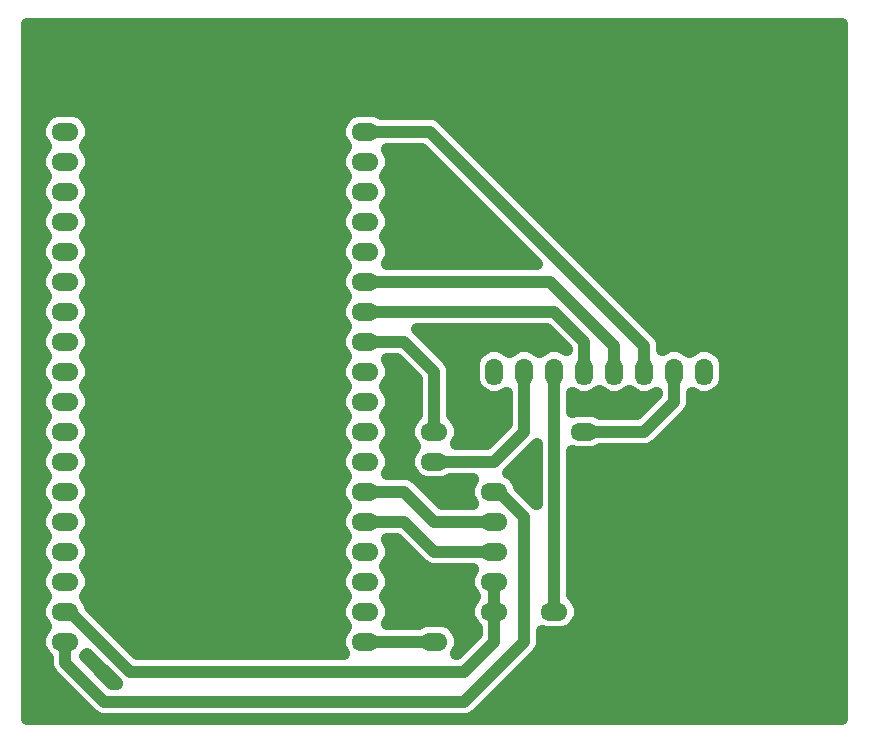
<source format=gbr>
G04 #@! TF.GenerationSoftware,KiCad,Pcbnew,(5.1.0)-1*
G04 #@! TF.CreationDate,2019-07-02T12:10:51+02:00*
G04 #@! TF.ProjectId,LCP,4c43502e-6b69-4636-9164-5f7063625858,rev?*
G04 #@! TF.SameCoordinates,PX60e4b00PY6350ce0*
G04 #@! TF.FileFunction,Copper,L2,Bot*
G04 #@! TF.FilePolarity,Positive*
%FSLAX46Y46*%
G04 Gerber Fmt 4.6, Leading zero omitted, Abs format (unit mm)*
G04 Created by KiCad (PCBNEW (5.1.0)-1) date 2019-07-02 12:10:51*
%MOMM*%
%LPD*%
G04 APERTURE LIST*
%ADD10O,2.286000X1.524000*%
%ADD11O,1.524000X2.286000*%
%ADD12C,1.000000*%
G04 APERTURE END LIST*
D10*
X4318000Y50800000D03*
X4318000Y48260000D03*
X4318000Y45720000D03*
X4318000Y43180000D03*
X4318000Y40640000D03*
X4318000Y38100000D03*
X4318000Y35560000D03*
X4318000Y33020000D03*
X4318000Y30480000D03*
X4318000Y27940000D03*
X4318000Y25400000D03*
X4318000Y22860000D03*
X4318000Y20320000D03*
X4318000Y17780000D03*
X4318000Y15240000D03*
X4318000Y12700000D03*
X4318000Y10160000D03*
X4318000Y7620000D03*
X29718000Y7620000D03*
X29718000Y10160000D03*
X29718000Y12700000D03*
X29718000Y15240000D03*
X29718000Y17780000D03*
X29718000Y20320000D03*
X29718000Y22860000D03*
X29718000Y25400000D03*
X29718000Y27940000D03*
X29718000Y30480000D03*
X29718000Y33020000D03*
X29718000Y35560000D03*
X29718000Y38100000D03*
X29718000Y40640000D03*
X29718000Y43180000D03*
X29718000Y45720000D03*
X29718000Y48260000D03*
X29718000Y50800000D03*
X40640000Y12700000D03*
X40640000Y15240000D03*
X40640000Y17780000D03*
X40640000Y20320000D03*
D11*
X58420000Y30480000D03*
X55880000Y30480000D03*
X53340000Y30480000D03*
X50800000Y30480000D03*
X48260000Y30480000D03*
X45720000Y30480000D03*
X43180000Y30480000D03*
X40640000Y30480000D03*
D10*
X35560000Y22860000D03*
X35560000Y7620000D03*
X45720000Y10160000D03*
X40640000Y10160000D03*
X48260000Y25400000D03*
X35560000Y25400000D03*
D12*
X9779000Y5080000D02*
X4699000Y10160000D01*
X38100000Y5080000D02*
X9779000Y5080000D01*
X40640000Y12700000D02*
X40640000Y7620000D01*
X40640000Y7620000D02*
X38100000Y5080000D01*
X4318000Y5842000D02*
X4318000Y7620000D01*
X41021000Y20320000D02*
X43180000Y18161000D01*
X43180000Y18161000D02*
X43180000Y7620000D01*
X43180000Y7620000D02*
X38100000Y2540000D01*
X38100000Y2540000D02*
X7620000Y2540000D01*
X7620000Y2540000D02*
X4318000Y5842000D01*
X40640000Y15240000D02*
X35560000Y15240000D01*
X35560000Y15240000D02*
X33020000Y17780000D01*
X33020000Y17780000D02*
X29718000Y17780000D01*
X40640000Y17780000D02*
X35560000Y17780000D01*
X35560000Y17780000D02*
X33020000Y20320000D01*
X33020000Y20320000D02*
X29718000Y20320000D01*
X48260000Y30480000D02*
X48260000Y33020000D01*
X48260000Y33020000D02*
X45720000Y35560000D01*
X45720000Y35560000D02*
X29718000Y35560000D01*
X31861000Y38100000D02*
X29718000Y38100000D01*
X45323000Y38100000D02*
X31861000Y38100000D01*
X50800000Y32623000D02*
X45323000Y38100000D01*
X50800000Y30480000D02*
X50800000Y32623000D01*
X31861000Y50800000D02*
X29718000Y50800000D01*
X35163000Y50800000D02*
X31861000Y50800000D01*
X53340000Y32623000D02*
X35163000Y50800000D01*
X53340000Y30480000D02*
X53340000Y32623000D01*
X40640000Y22860000D02*
X35560000Y22860000D01*
X43180000Y30480000D02*
X43180000Y25400000D01*
X43180000Y25400000D02*
X40640000Y22860000D01*
X35560000Y7620000D02*
X29718000Y7620000D01*
X45720000Y30480000D02*
X45720000Y10160000D01*
X53340000Y25400000D02*
X48260000Y25400000D01*
X55880000Y30480000D02*
X55880000Y27940000D01*
X55880000Y27940000D02*
X53340000Y25400000D01*
X35560000Y25400000D02*
X35560000Y30480000D01*
X35560000Y30480000D02*
X33020000Y33020000D01*
X33020000Y33020000D02*
X29718000Y33020000D01*
G36*
X70095001Y1025000D02*
G01*
X1025000Y1025000D01*
X1025000Y50800000D01*
X2166475Y50800000D01*
X2200495Y50454588D01*
X2301248Y50122449D01*
X2464862Y49816349D01*
X2685050Y49548050D01*
X2707044Y49530000D01*
X2685050Y49511950D01*
X2464862Y49243651D01*
X2301248Y48937551D01*
X2200495Y48605412D01*
X2166475Y48260000D01*
X2200495Y47914588D01*
X2301248Y47582449D01*
X2464862Y47276349D01*
X2685050Y47008050D01*
X2707044Y46990000D01*
X2685050Y46971950D01*
X2464862Y46703651D01*
X2301248Y46397551D01*
X2200495Y46065412D01*
X2166475Y45720000D01*
X2200495Y45374588D01*
X2301248Y45042449D01*
X2464862Y44736349D01*
X2685050Y44468050D01*
X2707044Y44450000D01*
X2685050Y44431950D01*
X2464862Y44163651D01*
X2301248Y43857551D01*
X2200495Y43525412D01*
X2166475Y43180000D01*
X2200495Y42834588D01*
X2301248Y42502449D01*
X2464862Y42196349D01*
X2685050Y41928050D01*
X2707044Y41910000D01*
X2685050Y41891950D01*
X2464862Y41623651D01*
X2301248Y41317551D01*
X2200495Y40985412D01*
X2166475Y40640000D01*
X2200495Y40294588D01*
X2301248Y39962449D01*
X2464862Y39656349D01*
X2685050Y39388050D01*
X2707044Y39370000D01*
X2685050Y39351950D01*
X2464862Y39083651D01*
X2301248Y38777551D01*
X2200495Y38445412D01*
X2166475Y38100000D01*
X2200495Y37754588D01*
X2301248Y37422449D01*
X2464862Y37116349D01*
X2685050Y36848050D01*
X2707044Y36830000D01*
X2685050Y36811950D01*
X2464862Y36543651D01*
X2301248Y36237551D01*
X2200495Y35905412D01*
X2166475Y35560000D01*
X2200495Y35214588D01*
X2301248Y34882449D01*
X2464862Y34576349D01*
X2685050Y34308050D01*
X2707044Y34290000D01*
X2685050Y34271950D01*
X2464862Y34003651D01*
X2301248Y33697551D01*
X2200495Y33365412D01*
X2166475Y33020000D01*
X2200495Y32674588D01*
X2301248Y32342449D01*
X2464862Y32036349D01*
X2685050Y31768050D01*
X2707044Y31750000D01*
X2685050Y31731950D01*
X2464862Y31463651D01*
X2301248Y31157551D01*
X2200495Y30825412D01*
X2166475Y30480000D01*
X2200495Y30134588D01*
X2301248Y29802449D01*
X2464862Y29496349D01*
X2685050Y29228050D01*
X2707044Y29210000D01*
X2685050Y29191950D01*
X2464862Y28923651D01*
X2301248Y28617551D01*
X2200495Y28285412D01*
X2166475Y27940000D01*
X2200495Y27594588D01*
X2301248Y27262449D01*
X2464862Y26956349D01*
X2685050Y26688050D01*
X2707044Y26670000D01*
X2685050Y26651950D01*
X2464862Y26383651D01*
X2301248Y26077551D01*
X2200495Y25745412D01*
X2166475Y25400000D01*
X2200495Y25054588D01*
X2301248Y24722449D01*
X2464862Y24416349D01*
X2685050Y24148050D01*
X2707044Y24130000D01*
X2685050Y24111950D01*
X2464862Y23843651D01*
X2301248Y23537551D01*
X2200495Y23205412D01*
X2166475Y22860000D01*
X2200495Y22514588D01*
X2301248Y22182449D01*
X2464862Y21876349D01*
X2685050Y21608050D01*
X2707044Y21590000D01*
X2685050Y21571950D01*
X2464862Y21303651D01*
X2301248Y20997551D01*
X2200495Y20665412D01*
X2166475Y20320000D01*
X2200495Y19974588D01*
X2301248Y19642449D01*
X2464862Y19336349D01*
X2685050Y19068050D01*
X2707044Y19050000D01*
X2685050Y19031950D01*
X2464862Y18763651D01*
X2301248Y18457551D01*
X2200495Y18125412D01*
X2166475Y17780000D01*
X2200495Y17434588D01*
X2301248Y17102449D01*
X2464862Y16796349D01*
X2685050Y16528050D01*
X2707044Y16510000D01*
X2685050Y16491950D01*
X2464862Y16223651D01*
X2301248Y15917551D01*
X2200495Y15585412D01*
X2166475Y15240000D01*
X2200495Y14894588D01*
X2301248Y14562449D01*
X2464862Y14256349D01*
X2685050Y13988050D01*
X2707044Y13970000D01*
X2685050Y13951950D01*
X2464862Y13683651D01*
X2301248Y13377551D01*
X2200495Y13045412D01*
X2166475Y12700000D01*
X2200495Y12354588D01*
X2301248Y12022449D01*
X2464862Y11716349D01*
X2685050Y11448050D01*
X2707044Y11430000D01*
X2685050Y11411950D01*
X2464862Y11143651D01*
X2301248Y10837551D01*
X2200495Y10505412D01*
X2166475Y10160000D01*
X2200495Y9814588D01*
X2301248Y9482449D01*
X2464862Y9176349D01*
X2685050Y8908050D01*
X2707044Y8890000D01*
X2685050Y8871950D01*
X2464862Y8603651D01*
X2301248Y8297551D01*
X2200495Y7965412D01*
X2166475Y7620000D01*
X2200495Y7274588D01*
X2301248Y6942449D01*
X2464862Y6636349D01*
X2685050Y6368050D01*
X2818000Y6258940D01*
X2818000Y5915680D01*
X2810743Y5842000D01*
X2818000Y5768321D01*
X2839705Y5547950D01*
X2925476Y5265199D01*
X3064762Y5004614D01*
X3252208Y4776208D01*
X3309450Y4729231D01*
X6507235Y1531445D01*
X6554208Y1474208D01*
X6782613Y1286762D01*
X7043198Y1147476D01*
X7325949Y1061705D01*
X7546320Y1040000D01*
X7546321Y1040000D01*
X7619999Y1032743D01*
X7693677Y1040000D01*
X38026320Y1040000D01*
X38100000Y1032743D01*
X38173680Y1040000D01*
X38394051Y1061705D01*
X38676802Y1147476D01*
X38937387Y1286762D01*
X39165792Y1474208D01*
X39212769Y1531450D01*
X44188555Y6507235D01*
X44245792Y6554208D01*
X44433238Y6782613D01*
X44572524Y7043198D01*
X44658295Y7325949D01*
X44680000Y7546320D01*
X44687257Y7620000D01*
X44680000Y7693680D01*
X44680000Y8518621D01*
X44993588Y8423495D01*
X45252444Y8398000D01*
X46187556Y8398000D01*
X46446412Y8423495D01*
X46778551Y8524248D01*
X47084651Y8687862D01*
X47352950Y8908050D01*
X47573138Y9176349D01*
X47736752Y9482449D01*
X47837505Y9814588D01*
X47871525Y10160000D01*
X47837505Y10505412D01*
X47736752Y10837551D01*
X47573138Y11143651D01*
X47352950Y11411950D01*
X47220000Y11521060D01*
X47220000Y23758621D01*
X47533588Y23663495D01*
X47792444Y23638000D01*
X48727556Y23638000D01*
X48986412Y23663495D01*
X49318551Y23764248D01*
X49572525Y23900000D01*
X53266320Y23900000D01*
X53340000Y23892743D01*
X53413680Y23900000D01*
X53634051Y23921705D01*
X53916802Y24007476D01*
X54177387Y24146762D01*
X54405792Y24334208D01*
X54452769Y24391450D01*
X56888555Y26827235D01*
X56945792Y26874208D01*
X57133238Y27102613D01*
X57272524Y27363198D01*
X57358295Y27645949D01*
X57380000Y27866320D01*
X57380000Y27866321D01*
X57387257Y27939999D01*
X57380000Y28013677D01*
X57380000Y28673107D01*
X57436349Y28626862D01*
X57742449Y28463248D01*
X58074588Y28362495D01*
X58420000Y28328475D01*
X58765411Y28362495D01*
X59097550Y28463248D01*
X59403650Y28626862D01*
X59671950Y28847050D01*
X59892138Y29115349D01*
X60055752Y29421449D01*
X60156505Y29753588D01*
X60182000Y30012444D01*
X60182000Y30947555D01*
X60156505Y31206412D01*
X60055752Y31538551D01*
X59892138Y31844651D01*
X59671950Y32112950D01*
X59403651Y32333138D01*
X59097551Y32496752D01*
X58765412Y32597505D01*
X58420000Y32631525D01*
X58074589Y32597505D01*
X57742450Y32496752D01*
X57436350Y32333138D01*
X57168051Y32112950D01*
X57150000Y32090956D01*
X57131950Y32112950D01*
X56863651Y32333138D01*
X56557551Y32496752D01*
X56225412Y32597505D01*
X55880000Y32631525D01*
X55534589Y32597505D01*
X55202450Y32496752D01*
X54896350Y32333138D01*
X54840000Y32286893D01*
X54840000Y32549320D01*
X54847257Y32623000D01*
X54818295Y32917052D01*
X54787066Y33020001D01*
X54732524Y33199802D01*
X54593238Y33460387D01*
X54405792Y33688792D01*
X54348555Y33735765D01*
X36275769Y51808550D01*
X36228792Y51865792D01*
X36000387Y52053238D01*
X35739802Y52192524D01*
X35457051Y52278295D01*
X35236680Y52300000D01*
X35163000Y52307257D01*
X35089320Y52300000D01*
X31030525Y52300000D01*
X30776551Y52435752D01*
X30444412Y52536505D01*
X30185556Y52562000D01*
X29250444Y52562000D01*
X28991588Y52536505D01*
X28659449Y52435752D01*
X28353349Y52272138D01*
X28085050Y52051950D01*
X27864862Y51783651D01*
X27701248Y51477551D01*
X27600495Y51145412D01*
X27566475Y50800000D01*
X27600495Y50454588D01*
X27701248Y50122449D01*
X27864862Y49816349D01*
X28085050Y49548050D01*
X28107044Y49530000D01*
X28085050Y49511950D01*
X27864862Y49243651D01*
X27701248Y48937551D01*
X27600495Y48605412D01*
X27566475Y48260000D01*
X27600495Y47914588D01*
X27701248Y47582449D01*
X27864862Y47276349D01*
X28085050Y47008050D01*
X28107044Y46990000D01*
X28085050Y46971950D01*
X27864862Y46703651D01*
X27701248Y46397551D01*
X27600495Y46065412D01*
X27566475Y45720000D01*
X27600495Y45374588D01*
X27701248Y45042449D01*
X27864862Y44736349D01*
X28085050Y44468050D01*
X28107044Y44450000D01*
X28085050Y44431950D01*
X27864862Y44163651D01*
X27701248Y43857551D01*
X27600495Y43525412D01*
X27566475Y43180000D01*
X27600495Y42834588D01*
X27701248Y42502449D01*
X27864862Y42196349D01*
X28085050Y41928050D01*
X28107044Y41910000D01*
X28085050Y41891950D01*
X27864862Y41623651D01*
X27701248Y41317551D01*
X27600495Y40985412D01*
X27566475Y40640000D01*
X27600495Y40294588D01*
X27701248Y39962449D01*
X27864862Y39656349D01*
X28085050Y39388050D01*
X28107044Y39370000D01*
X28085050Y39351950D01*
X27864862Y39083651D01*
X27701248Y38777551D01*
X27600495Y38445412D01*
X27566475Y38100000D01*
X27600495Y37754588D01*
X27701248Y37422449D01*
X27864862Y37116349D01*
X28085050Y36848050D01*
X28107044Y36830000D01*
X28085050Y36811950D01*
X27864862Y36543651D01*
X27701248Y36237551D01*
X27600495Y35905412D01*
X27566475Y35560000D01*
X27600495Y35214588D01*
X27701248Y34882449D01*
X27864862Y34576349D01*
X28085050Y34308050D01*
X28107044Y34290000D01*
X28085050Y34271950D01*
X27864862Y34003651D01*
X27701248Y33697551D01*
X27600495Y33365412D01*
X27566475Y33020000D01*
X27600495Y32674588D01*
X27701248Y32342449D01*
X27864862Y32036349D01*
X28085050Y31768050D01*
X28107044Y31750000D01*
X28085050Y31731950D01*
X27864862Y31463651D01*
X27701248Y31157551D01*
X27600495Y30825412D01*
X27566475Y30480000D01*
X27600495Y30134588D01*
X27701248Y29802449D01*
X27864862Y29496349D01*
X28085050Y29228050D01*
X28107044Y29210000D01*
X28085050Y29191950D01*
X27864862Y28923651D01*
X27701248Y28617551D01*
X27600495Y28285412D01*
X27566475Y27940000D01*
X27600495Y27594588D01*
X27701248Y27262449D01*
X27864862Y26956349D01*
X28085050Y26688050D01*
X28107044Y26670000D01*
X28085050Y26651950D01*
X27864862Y26383651D01*
X27701248Y26077551D01*
X27600495Y25745412D01*
X27566475Y25400000D01*
X27600495Y25054588D01*
X27701248Y24722449D01*
X27864862Y24416349D01*
X28085050Y24148050D01*
X28107044Y24130000D01*
X28085050Y24111950D01*
X27864862Y23843651D01*
X27701248Y23537551D01*
X27600495Y23205412D01*
X27566475Y22860000D01*
X27600495Y22514588D01*
X27701248Y22182449D01*
X27864862Y21876349D01*
X28085050Y21608050D01*
X28107044Y21590000D01*
X28085050Y21571950D01*
X27864862Y21303651D01*
X27701248Y20997551D01*
X27600495Y20665412D01*
X27566475Y20320000D01*
X27600495Y19974588D01*
X27701248Y19642449D01*
X27864862Y19336349D01*
X28085050Y19068050D01*
X28107044Y19050000D01*
X28085050Y19031950D01*
X27864862Y18763651D01*
X27701248Y18457551D01*
X27600495Y18125412D01*
X27566475Y17780000D01*
X27600495Y17434588D01*
X27701248Y17102449D01*
X27864862Y16796349D01*
X28085050Y16528050D01*
X28107044Y16510000D01*
X28085050Y16491950D01*
X27864862Y16223651D01*
X27701248Y15917551D01*
X27600495Y15585412D01*
X27566475Y15240000D01*
X27600495Y14894588D01*
X27701248Y14562449D01*
X27864862Y14256349D01*
X28085050Y13988050D01*
X28107044Y13970000D01*
X28085050Y13951950D01*
X27864862Y13683651D01*
X27701248Y13377551D01*
X27600495Y13045412D01*
X27566475Y12700000D01*
X27600495Y12354588D01*
X27701248Y12022449D01*
X27864862Y11716349D01*
X28085050Y11448050D01*
X28107044Y11430000D01*
X28085050Y11411950D01*
X27864862Y11143651D01*
X27701248Y10837551D01*
X27600495Y10505412D01*
X27566475Y10160000D01*
X27600495Y9814588D01*
X27701248Y9482449D01*
X27864862Y9176349D01*
X28085050Y8908050D01*
X28107044Y8890000D01*
X28085050Y8871950D01*
X27864862Y8603651D01*
X27701248Y8297551D01*
X27600495Y7965412D01*
X27566475Y7620000D01*
X27600495Y7274588D01*
X27701248Y6942449D01*
X27864862Y6636349D01*
X27911107Y6580000D01*
X10400320Y6580000D01*
X6418348Y10561971D01*
X6334752Y10837551D01*
X6171138Y11143651D01*
X5950950Y11411950D01*
X5928956Y11430000D01*
X5950950Y11448050D01*
X6171138Y11716349D01*
X6334752Y12022449D01*
X6435505Y12354588D01*
X6469525Y12700000D01*
X6435505Y13045412D01*
X6334752Y13377551D01*
X6171138Y13683651D01*
X5950950Y13951950D01*
X5928956Y13970000D01*
X5950950Y13988050D01*
X6171138Y14256349D01*
X6334752Y14562449D01*
X6435505Y14894588D01*
X6469525Y15240000D01*
X6435505Y15585412D01*
X6334752Y15917551D01*
X6171138Y16223651D01*
X5950950Y16491950D01*
X5928956Y16510000D01*
X5950950Y16528050D01*
X6171138Y16796349D01*
X6334752Y17102449D01*
X6435505Y17434588D01*
X6469525Y17780000D01*
X6435505Y18125412D01*
X6334752Y18457551D01*
X6171138Y18763651D01*
X5950950Y19031950D01*
X5928956Y19050000D01*
X5950950Y19068050D01*
X6171138Y19336349D01*
X6334752Y19642449D01*
X6435505Y19974588D01*
X6469525Y20320000D01*
X6435505Y20665412D01*
X6334752Y20997551D01*
X6171138Y21303651D01*
X5950950Y21571950D01*
X5928956Y21590000D01*
X5950950Y21608050D01*
X6171138Y21876349D01*
X6334752Y22182449D01*
X6435505Y22514588D01*
X6469525Y22860000D01*
X6435505Y23205412D01*
X6334752Y23537551D01*
X6171138Y23843651D01*
X5950950Y24111950D01*
X5928956Y24130000D01*
X5950950Y24148050D01*
X6171138Y24416349D01*
X6334752Y24722449D01*
X6435505Y25054588D01*
X6469525Y25400000D01*
X6435505Y25745412D01*
X6334752Y26077551D01*
X6171138Y26383651D01*
X5950950Y26651950D01*
X5928956Y26670000D01*
X5950950Y26688050D01*
X6171138Y26956349D01*
X6334752Y27262449D01*
X6435505Y27594588D01*
X6469525Y27940000D01*
X6435505Y28285412D01*
X6334752Y28617551D01*
X6171138Y28923651D01*
X5950950Y29191950D01*
X5928956Y29210000D01*
X5950950Y29228050D01*
X6171138Y29496349D01*
X6334752Y29802449D01*
X6435505Y30134588D01*
X6469525Y30480000D01*
X6435505Y30825412D01*
X6334752Y31157551D01*
X6171138Y31463651D01*
X5950950Y31731950D01*
X5928956Y31750000D01*
X5950950Y31768050D01*
X6171138Y32036349D01*
X6334752Y32342449D01*
X6435505Y32674588D01*
X6469525Y33020000D01*
X6435505Y33365412D01*
X6334752Y33697551D01*
X6171138Y34003651D01*
X5950950Y34271950D01*
X5928956Y34290000D01*
X5950950Y34308050D01*
X6171138Y34576349D01*
X6334752Y34882449D01*
X6435505Y35214588D01*
X6469525Y35560000D01*
X6435505Y35905412D01*
X6334752Y36237551D01*
X6171138Y36543651D01*
X5950950Y36811950D01*
X5928956Y36830000D01*
X5950950Y36848050D01*
X6171138Y37116349D01*
X6334752Y37422449D01*
X6435505Y37754588D01*
X6469525Y38100000D01*
X6435505Y38445412D01*
X6334752Y38777551D01*
X6171138Y39083651D01*
X5950950Y39351950D01*
X5928956Y39370000D01*
X5950950Y39388050D01*
X6171138Y39656349D01*
X6334752Y39962449D01*
X6435505Y40294588D01*
X6469525Y40640000D01*
X6435505Y40985412D01*
X6334752Y41317551D01*
X6171138Y41623651D01*
X5950950Y41891950D01*
X5928956Y41910000D01*
X5950950Y41928050D01*
X6171138Y42196349D01*
X6334752Y42502449D01*
X6435505Y42834588D01*
X6469525Y43180000D01*
X6435505Y43525412D01*
X6334752Y43857551D01*
X6171138Y44163651D01*
X5950950Y44431950D01*
X5928956Y44450000D01*
X5950950Y44468050D01*
X6171138Y44736349D01*
X6334752Y45042449D01*
X6435505Y45374588D01*
X6469525Y45720000D01*
X6435505Y46065412D01*
X6334752Y46397551D01*
X6171138Y46703651D01*
X5950950Y46971950D01*
X5928956Y46990000D01*
X5950950Y47008050D01*
X6171138Y47276349D01*
X6334752Y47582449D01*
X6435505Y47914588D01*
X6469525Y48260000D01*
X6435505Y48605412D01*
X6334752Y48937551D01*
X6171138Y49243651D01*
X5950950Y49511950D01*
X5928956Y49530000D01*
X5950950Y49548050D01*
X6171138Y49816349D01*
X6334752Y50122449D01*
X6435505Y50454588D01*
X6469525Y50800000D01*
X6435505Y51145412D01*
X6334752Y51477551D01*
X6171138Y51783651D01*
X5950950Y52051950D01*
X5682651Y52272138D01*
X5376551Y52435752D01*
X5044412Y52536505D01*
X4785556Y52562000D01*
X3850444Y52562000D01*
X3591588Y52536505D01*
X3259449Y52435752D01*
X2953349Y52272138D01*
X2685050Y52051950D01*
X2464862Y51783651D01*
X2301248Y51477551D01*
X2200495Y51145412D01*
X2166475Y50800000D01*
X1025000Y50800000D01*
X1025000Y59935000D01*
X70095000Y59935000D01*
X70095001Y1025000D01*
X70095001Y1025000D01*
G37*
X70095001Y1025000D02*
X1025000Y1025000D01*
X1025000Y50800000D01*
X2166475Y50800000D01*
X2200495Y50454588D01*
X2301248Y50122449D01*
X2464862Y49816349D01*
X2685050Y49548050D01*
X2707044Y49530000D01*
X2685050Y49511950D01*
X2464862Y49243651D01*
X2301248Y48937551D01*
X2200495Y48605412D01*
X2166475Y48260000D01*
X2200495Y47914588D01*
X2301248Y47582449D01*
X2464862Y47276349D01*
X2685050Y47008050D01*
X2707044Y46990000D01*
X2685050Y46971950D01*
X2464862Y46703651D01*
X2301248Y46397551D01*
X2200495Y46065412D01*
X2166475Y45720000D01*
X2200495Y45374588D01*
X2301248Y45042449D01*
X2464862Y44736349D01*
X2685050Y44468050D01*
X2707044Y44450000D01*
X2685050Y44431950D01*
X2464862Y44163651D01*
X2301248Y43857551D01*
X2200495Y43525412D01*
X2166475Y43180000D01*
X2200495Y42834588D01*
X2301248Y42502449D01*
X2464862Y42196349D01*
X2685050Y41928050D01*
X2707044Y41910000D01*
X2685050Y41891950D01*
X2464862Y41623651D01*
X2301248Y41317551D01*
X2200495Y40985412D01*
X2166475Y40640000D01*
X2200495Y40294588D01*
X2301248Y39962449D01*
X2464862Y39656349D01*
X2685050Y39388050D01*
X2707044Y39370000D01*
X2685050Y39351950D01*
X2464862Y39083651D01*
X2301248Y38777551D01*
X2200495Y38445412D01*
X2166475Y38100000D01*
X2200495Y37754588D01*
X2301248Y37422449D01*
X2464862Y37116349D01*
X2685050Y36848050D01*
X2707044Y36830000D01*
X2685050Y36811950D01*
X2464862Y36543651D01*
X2301248Y36237551D01*
X2200495Y35905412D01*
X2166475Y35560000D01*
X2200495Y35214588D01*
X2301248Y34882449D01*
X2464862Y34576349D01*
X2685050Y34308050D01*
X2707044Y34290000D01*
X2685050Y34271950D01*
X2464862Y34003651D01*
X2301248Y33697551D01*
X2200495Y33365412D01*
X2166475Y33020000D01*
X2200495Y32674588D01*
X2301248Y32342449D01*
X2464862Y32036349D01*
X2685050Y31768050D01*
X2707044Y31750000D01*
X2685050Y31731950D01*
X2464862Y31463651D01*
X2301248Y31157551D01*
X2200495Y30825412D01*
X2166475Y30480000D01*
X2200495Y30134588D01*
X2301248Y29802449D01*
X2464862Y29496349D01*
X2685050Y29228050D01*
X2707044Y29210000D01*
X2685050Y29191950D01*
X2464862Y28923651D01*
X2301248Y28617551D01*
X2200495Y28285412D01*
X2166475Y27940000D01*
X2200495Y27594588D01*
X2301248Y27262449D01*
X2464862Y26956349D01*
X2685050Y26688050D01*
X2707044Y26670000D01*
X2685050Y26651950D01*
X2464862Y26383651D01*
X2301248Y26077551D01*
X2200495Y25745412D01*
X2166475Y25400000D01*
X2200495Y25054588D01*
X2301248Y24722449D01*
X2464862Y24416349D01*
X2685050Y24148050D01*
X2707044Y24130000D01*
X2685050Y24111950D01*
X2464862Y23843651D01*
X2301248Y23537551D01*
X2200495Y23205412D01*
X2166475Y22860000D01*
X2200495Y22514588D01*
X2301248Y22182449D01*
X2464862Y21876349D01*
X2685050Y21608050D01*
X2707044Y21590000D01*
X2685050Y21571950D01*
X2464862Y21303651D01*
X2301248Y20997551D01*
X2200495Y20665412D01*
X2166475Y20320000D01*
X2200495Y19974588D01*
X2301248Y19642449D01*
X2464862Y19336349D01*
X2685050Y19068050D01*
X2707044Y19050000D01*
X2685050Y19031950D01*
X2464862Y18763651D01*
X2301248Y18457551D01*
X2200495Y18125412D01*
X2166475Y17780000D01*
X2200495Y17434588D01*
X2301248Y17102449D01*
X2464862Y16796349D01*
X2685050Y16528050D01*
X2707044Y16510000D01*
X2685050Y16491950D01*
X2464862Y16223651D01*
X2301248Y15917551D01*
X2200495Y15585412D01*
X2166475Y15240000D01*
X2200495Y14894588D01*
X2301248Y14562449D01*
X2464862Y14256349D01*
X2685050Y13988050D01*
X2707044Y13970000D01*
X2685050Y13951950D01*
X2464862Y13683651D01*
X2301248Y13377551D01*
X2200495Y13045412D01*
X2166475Y12700000D01*
X2200495Y12354588D01*
X2301248Y12022449D01*
X2464862Y11716349D01*
X2685050Y11448050D01*
X2707044Y11430000D01*
X2685050Y11411950D01*
X2464862Y11143651D01*
X2301248Y10837551D01*
X2200495Y10505412D01*
X2166475Y10160000D01*
X2200495Y9814588D01*
X2301248Y9482449D01*
X2464862Y9176349D01*
X2685050Y8908050D01*
X2707044Y8890000D01*
X2685050Y8871950D01*
X2464862Y8603651D01*
X2301248Y8297551D01*
X2200495Y7965412D01*
X2166475Y7620000D01*
X2200495Y7274588D01*
X2301248Y6942449D01*
X2464862Y6636349D01*
X2685050Y6368050D01*
X2818000Y6258940D01*
X2818000Y5915680D01*
X2810743Y5842000D01*
X2818000Y5768321D01*
X2839705Y5547950D01*
X2925476Y5265199D01*
X3064762Y5004614D01*
X3252208Y4776208D01*
X3309450Y4729231D01*
X6507235Y1531445D01*
X6554208Y1474208D01*
X6782613Y1286762D01*
X7043198Y1147476D01*
X7325949Y1061705D01*
X7546320Y1040000D01*
X7546321Y1040000D01*
X7619999Y1032743D01*
X7693677Y1040000D01*
X38026320Y1040000D01*
X38100000Y1032743D01*
X38173680Y1040000D01*
X38394051Y1061705D01*
X38676802Y1147476D01*
X38937387Y1286762D01*
X39165792Y1474208D01*
X39212769Y1531450D01*
X44188555Y6507235D01*
X44245792Y6554208D01*
X44433238Y6782613D01*
X44572524Y7043198D01*
X44658295Y7325949D01*
X44680000Y7546320D01*
X44687257Y7620000D01*
X44680000Y7693680D01*
X44680000Y8518621D01*
X44993588Y8423495D01*
X45252444Y8398000D01*
X46187556Y8398000D01*
X46446412Y8423495D01*
X46778551Y8524248D01*
X47084651Y8687862D01*
X47352950Y8908050D01*
X47573138Y9176349D01*
X47736752Y9482449D01*
X47837505Y9814588D01*
X47871525Y10160000D01*
X47837505Y10505412D01*
X47736752Y10837551D01*
X47573138Y11143651D01*
X47352950Y11411950D01*
X47220000Y11521060D01*
X47220000Y23758621D01*
X47533588Y23663495D01*
X47792444Y23638000D01*
X48727556Y23638000D01*
X48986412Y23663495D01*
X49318551Y23764248D01*
X49572525Y23900000D01*
X53266320Y23900000D01*
X53340000Y23892743D01*
X53413680Y23900000D01*
X53634051Y23921705D01*
X53916802Y24007476D01*
X54177387Y24146762D01*
X54405792Y24334208D01*
X54452769Y24391450D01*
X56888555Y26827235D01*
X56945792Y26874208D01*
X57133238Y27102613D01*
X57272524Y27363198D01*
X57358295Y27645949D01*
X57380000Y27866320D01*
X57380000Y27866321D01*
X57387257Y27939999D01*
X57380000Y28013677D01*
X57380000Y28673107D01*
X57436349Y28626862D01*
X57742449Y28463248D01*
X58074588Y28362495D01*
X58420000Y28328475D01*
X58765411Y28362495D01*
X59097550Y28463248D01*
X59403650Y28626862D01*
X59671950Y28847050D01*
X59892138Y29115349D01*
X60055752Y29421449D01*
X60156505Y29753588D01*
X60182000Y30012444D01*
X60182000Y30947555D01*
X60156505Y31206412D01*
X60055752Y31538551D01*
X59892138Y31844651D01*
X59671950Y32112950D01*
X59403651Y32333138D01*
X59097551Y32496752D01*
X58765412Y32597505D01*
X58420000Y32631525D01*
X58074589Y32597505D01*
X57742450Y32496752D01*
X57436350Y32333138D01*
X57168051Y32112950D01*
X57150000Y32090956D01*
X57131950Y32112950D01*
X56863651Y32333138D01*
X56557551Y32496752D01*
X56225412Y32597505D01*
X55880000Y32631525D01*
X55534589Y32597505D01*
X55202450Y32496752D01*
X54896350Y32333138D01*
X54840000Y32286893D01*
X54840000Y32549320D01*
X54847257Y32623000D01*
X54818295Y32917052D01*
X54787066Y33020001D01*
X54732524Y33199802D01*
X54593238Y33460387D01*
X54405792Y33688792D01*
X54348555Y33735765D01*
X36275769Y51808550D01*
X36228792Y51865792D01*
X36000387Y52053238D01*
X35739802Y52192524D01*
X35457051Y52278295D01*
X35236680Y52300000D01*
X35163000Y52307257D01*
X35089320Y52300000D01*
X31030525Y52300000D01*
X30776551Y52435752D01*
X30444412Y52536505D01*
X30185556Y52562000D01*
X29250444Y52562000D01*
X28991588Y52536505D01*
X28659449Y52435752D01*
X28353349Y52272138D01*
X28085050Y52051950D01*
X27864862Y51783651D01*
X27701248Y51477551D01*
X27600495Y51145412D01*
X27566475Y50800000D01*
X27600495Y50454588D01*
X27701248Y50122449D01*
X27864862Y49816349D01*
X28085050Y49548050D01*
X28107044Y49530000D01*
X28085050Y49511950D01*
X27864862Y49243651D01*
X27701248Y48937551D01*
X27600495Y48605412D01*
X27566475Y48260000D01*
X27600495Y47914588D01*
X27701248Y47582449D01*
X27864862Y47276349D01*
X28085050Y47008050D01*
X28107044Y46990000D01*
X28085050Y46971950D01*
X27864862Y46703651D01*
X27701248Y46397551D01*
X27600495Y46065412D01*
X27566475Y45720000D01*
X27600495Y45374588D01*
X27701248Y45042449D01*
X27864862Y44736349D01*
X28085050Y44468050D01*
X28107044Y44450000D01*
X28085050Y44431950D01*
X27864862Y44163651D01*
X27701248Y43857551D01*
X27600495Y43525412D01*
X27566475Y43180000D01*
X27600495Y42834588D01*
X27701248Y42502449D01*
X27864862Y42196349D01*
X28085050Y41928050D01*
X28107044Y41910000D01*
X28085050Y41891950D01*
X27864862Y41623651D01*
X27701248Y41317551D01*
X27600495Y40985412D01*
X27566475Y40640000D01*
X27600495Y40294588D01*
X27701248Y39962449D01*
X27864862Y39656349D01*
X28085050Y39388050D01*
X28107044Y39370000D01*
X28085050Y39351950D01*
X27864862Y39083651D01*
X27701248Y38777551D01*
X27600495Y38445412D01*
X27566475Y38100000D01*
X27600495Y37754588D01*
X27701248Y37422449D01*
X27864862Y37116349D01*
X28085050Y36848050D01*
X28107044Y36830000D01*
X28085050Y36811950D01*
X27864862Y36543651D01*
X27701248Y36237551D01*
X27600495Y35905412D01*
X27566475Y35560000D01*
X27600495Y35214588D01*
X27701248Y34882449D01*
X27864862Y34576349D01*
X28085050Y34308050D01*
X28107044Y34290000D01*
X28085050Y34271950D01*
X27864862Y34003651D01*
X27701248Y33697551D01*
X27600495Y33365412D01*
X27566475Y33020000D01*
X27600495Y32674588D01*
X27701248Y32342449D01*
X27864862Y32036349D01*
X28085050Y31768050D01*
X28107044Y31750000D01*
X28085050Y31731950D01*
X27864862Y31463651D01*
X27701248Y31157551D01*
X27600495Y30825412D01*
X27566475Y30480000D01*
X27600495Y30134588D01*
X27701248Y29802449D01*
X27864862Y29496349D01*
X28085050Y29228050D01*
X28107044Y29210000D01*
X28085050Y29191950D01*
X27864862Y28923651D01*
X27701248Y28617551D01*
X27600495Y28285412D01*
X27566475Y27940000D01*
X27600495Y27594588D01*
X27701248Y27262449D01*
X27864862Y26956349D01*
X28085050Y26688050D01*
X28107044Y26670000D01*
X28085050Y26651950D01*
X27864862Y26383651D01*
X27701248Y26077551D01*
X27600495Y25745412D01*
X27566475Y25400000D01*
X27600495Y25054588D01*
X27701248Y24722449D01*
X27864862Y24416349D01*
X28085050Y24148050D01*
X28107044Y24130000D01*
X28085050Y24111950D01*
X27864862Y23843651D01*
X27701248Y23537551D01*
X27600495Y23205412D01*
X27566475Y22860000D01*
X27600495Y22514588D01*
X27701248Y22182449D01*
X27864862Y21876349D01*
X28085050Y21608050D01*
X28107044Y21590000D01*
X28085050Y21571950D01*
X27864862Y21303651D01*
X27701248Y20997551D01*
X27600495Y20665412D01*
X27566475Y20320000D01*
X27600495Y19974588D01*
X27701248Y19642449D01*
X27864862Y19336349D01*
X28085050Y19068050D01*
X28107044Y19050000D01*
X28085050Y19031950D01*
X27864862Y18763651D01*
X27701248Y18457551D01*
X27600495Y18125412D01*
X27566475Y17780000D01*
X27600495Y17434588D01*
X27701248Y17102449D01*
X27864862Y16796349D01*
X28085050Y16528050D01*
X28107044Y16510000D01*
X28085050Y16491950D01*
X27864862Y16223651D01*
X27701248Y15917551D01*
X27600495Y15585412D01*
X27566475Y15240000D01*
X27600495Y14894588D01*
X27701248Y14562449D01*
X27864862Y14256349D01*
X28085050Y13988050D01*
X28107044Y13970000D01*
X28085050Y13951950D01*
X27864862Y13683651D01*
X27701248Y13377551D01*
X27600495Y13045412D01*
X27566475Y12700000D01*
X27600495Y12354588D01*
X27701248Y12022449D01*
X27864862Y11716349D01*
X28085050Y11448050D01*
X28107044Y11430000D01*
X28085050Y11411950D01*
X27864862Y11143651D01*
X27701248Y10837551D01*
X27600495Y10505412D01*
X27566475Y10160000D01*
X27600495Y9814588D01*
X27701248Y9482449D01*
X27864862Y9176349D01*
X28085050Y8908050D01*
X28107044Y8890000D01*
X28085050Y8871950D01*
X27864862Y8603651D01*
X27701248Y8297551D01*
X27600495Y7965412D01*
X27566475Y7620000D01*
X27600495Y7274588D01*
X27701248Y6942449D01*
X27864862Y6636349D01*
X27911107Y6580000D01*
X10400320Y6580000D01*
X6418348Y10561971D01*
X6334752Y10837551D01*
X6171138Y11143651D01*
X5950950Y11411950D01*
X5928956Y11430000D01*
X5950950Y11448050D01*
X6171138Y11716349D01*
X6334752Y12022449D01*
X6435505Y12354588D01*
X6469525Y12700000D01*
X6435505Y13045412D01*
X6334752Y13377551D01*
X6171138Y13683651D01*
X5950950Y13951950D01*
X5928956Y13970000D01*
X5950950Y13988050D01*
X6171138Y14256349D01*
X6334752Y14562449D01*
X6435505Y14894588D01*
X6469525Y15240000D01*
X6435505Y15585412D01*
X6334752Y15917551D01*
X6171138Y16223651D01*
X5950950Y16491950D01*
X5928956Y16510000D01*
X5950950Y16528050D01*
X6171138Y16796349D01*
X6334752Y17102449D01*
X6435505Y17434588D01*
X6469525Y17780000D01*
X6435505Y18125412D01*
X6334752Y18457551D01*
X6171138Y18763651D01*
X5950950Y19031950D01*
X5928956Y19050000D01*
X5950950Y19068050D01*
X6171138Y19336349D01*
X6334752Y19642449D01*
X6435505Y19974588D01*
X6469525Y20320000D01*
X6435505Y20665412D01*
X6334752Y20997551D01*
X6171138Y21303651D01*
X5950950Y21571950D01*
X5928956Y21590000D01*
X5950950Y21608050D01*
X6171138Y21876349D01*
X6334752Y22182449D01*
X6435505Y22514588D01*
X6469525Y22860000D01*
X6435505Y23205412D01*
X6334752Y23537551D01*
X6171138Y23843651D01*
X5950950Y24111950D01*
X5928956Y24130000D01*
X5950950Y24148050D01*
X6171138Y24416349D01*
X6334752Y24722449D01*
X6435505Y25054588D01*
X6469525Y25400000D01*
X6435505Y25745412D01*
X6334752Y26077551D01*
X6171138Y26383651D01*
X5950950Y26651950D01*
X5928956Y26670000D01*
X5950950Y26688050D01*
X6171138Y26956349D01*
X6334752Y27262449D01*
X6435505Y27594588D01*
X6469525Y27940000D01*
X6435505Y28285412D01*
X6334752Y28617551D01*
X6171138Y28923651D01*
X5950950Y29191950D01*
X5928956Y29210000D01*
X5950950Y29228050D01*
X6171138Y29496349D01*
X6334752Y29802449D01*
X6435505Y30134588D01*
X6469525Y30480000D01*
X6435505Y30825412D01*
X6334752Y31157551D01*
X6171138Y31463651D01*
X5950950Y31731950D01*
X5928956Y31750000D01*
X5950950Y31768050D01*
X6171138Y32036349D01*
X6334752Y32342449D01*
X6435505Y32674588D01*
X6469525Y33020000D01*
X6435505Y33365412D01*
X6334752Y33697551D01*
X6171138Y34003651D01*
X5950950Y34271950D01*
X5928956Y34290000D01*
X5950950Y34308050D01*
X6171138Y34576349D01*
X6334752Y34882449D01*
X6435505Y35214588D01*
X6469525Y35560000D01*
X6435505Y35905412D01*
X6334752Y36237551D01*
X6171138Y36543651D01*
X5950950Y36811950D01*
X5928956Y36830000D01*
X5950950Y36848050D01*
X6171138Y37116349D01*
X6334752Y37422449D01*
X6435505Y37754588D01*
X6469525Y38100000D01*
X6435505Y38445412D01*
X6334752Y38777551D01*
X6171138Y39083651D01*
X5950950Y39351950D01*
X5928956Y39370000D01*
X5950950Y39388050D01*
X6171138Y39656349D01*
X6334752Y39962449D01*
X6435505Y40294588D01*
X6469525Y40640000D01*
X6435505Y40985412D01*
X6334752Y41317551D01*
X6171138Y41623651D01*
X5950950Y41891950D01*
X5928956Y41910000D01*
X5950950Y41928050D01*
X6171138Y42196349D01*
X6334752Y42502449D01*
X6435505Y42834588D01*
X6469525Y43180000D01*
X6435505Y43525412D01*
X6334752Y43857551D01*
X6171138Y44163651D01*
X5950950Y44431950D01*
X5928956Y44450000D01*
X5950950Y44468050D01*
X6171138Y44736349D01*
X6334752Y45042449D01*
X6435505Y45374588D01*
X6469525Y45720000D01*
X6435505Y46065412D01*
X6334752Y46397551D01*
X6171138Y46703651D01*
X5950950Y46971950D01*
X5928956Y46990000D01*
X5950950Y47008050D01*
X6171138Y47276349D01*
X6334752Y47582449D01*
X6435505Y47914588D01*
X6469525Y48260000D01*
X6435505Y48605412D01*
X6334752Y48937551D01*
X6171138Y49243651D01*
X5950950Y49511950D01*
X5928956Y49530000D01*
X5950950Y49548050D01*
X6171138Y49816349D01*
X6334752Y50122449D01*
X6435505Y50454588D01*
X6469525Y50800000D01*
X6435505Y51145412D01*
X6334752Y51477551D01*
X6171138Y51783651D01*
X5950950Y52051950D01*
X5682651Y52272138D01*
X5376551Y52435752D01*
X5044412Y52536505D01*
X4785556Y52562000D01*
X3850444Y52562000D01*
X3591588Y52536505D01*
X3259449Y52435752D01*
X2953349Y52272138D01*
X2685050Y52051950D01*
X2464862Y51783651D01*
X2301248Y51477551D01*
X2200495Y51145412D01*
X2166475Y50800000D01*
X1025000Y50800000D01*
X1025000Y59935000D01*
X70095000Y59935000D01*
X70095001Y1025000D01*
G36*
X8666235Y4071445D02*
G01*
X8692041Y4040000D01*
X8241320Y4040000D01*
X5930254Y6351065D01*
X5950950Y6368050D01*
X6139672Y6598008D01*
X8666235Y4071445D01*
X8666235Y4071445D01*
G37*
X8666235Y4071445D02*
X8692041Y4040000D01*
X8241320Y4040000D01*
X5930254Y6351065D01*
X5950950Y6368050D01*
X6139672Y6598008D01*
X8666235Y4071445D01*
G36*
X34447235Y14231445D02*
G01*
X34494208Y14174208D01*
X34722613Y13986762D01*
X34983198Y13847476D01*
X35265949Y13761705D01*
X35486320Y13740000D01*
X35486321Y13740000D01*
X35559999Y13732743D01*
X35633677Y13740000D01*
X38833107Y13740000D01*
X38786862Y13683651D01*
X38623248Y13377551D01*
X38522495Y13045412D01*
X38488475Y12700000D01*
X38522495Y12354588D01*
X38623248Y12022449D01*
X38786862Y11716349D01*
X39007050Y11448050D01*
X39029044Y11430000D01*
X39007050Y11411950D01*
X38786862Y11143651D01*
X38623248Y10837551D01*
X38522495Y10505412D01*
X38488475Y10160000D01*
X38522495Y9814588D01*
X38623248Y9482449D01*
X38786862Y9176349D01*
X39007050Y8908050D01*
X39140001Y8798940D01*
X39140001Y8241321D01*
X37478681Y6580000D01*
X37366893Y6580000D01*
X37413138Y6636349D01*
X37576752Y6942449D01*
X37677505Y7274588D01*
X37711525Y7620000D01*
X37677505Y7965412D01*
X37576752Y8297551D01*
X37413138Y8603651D01*
X37192950Y8871950D01*
X36924651Y9092138D01*
X36618551Y9255752D01*
X36286412Y9356505D01*
X36027556Y9382000D01*
X35092444Y9382000D01*
X34833588Y9356505D01*
X34501449Y9255752D01*
X34247475Y9120000D01*
X31524893Y9120000D01*
X31571138Y9176349D01*
X31734752Y9482449D01*
X31835505Y9814588D01*
X31869525Y10160000D01*
X31835505Y10505412D01*
X31734752Y10837551D01*
X31571138Y11143651D01*
X31350950Y11411950D01*
X31328956Y11430000D01*
X31350950Y11448050D01*
X31571138Y11716349D01*
X31734752Y12022449D01*
X31835505Y12354588D01*
X31869525Y12700000D01*
X31835505Y13045412D01*
X31734752Y13377551D01*
X31571138Y13683651D01*
X31350950Y13951950D01*
X31328956Y13970000D01*
X31350950Y13988050D01*
X31571138Y14256349D01*
X31734752Y14562449D01*
X31835505Y14894588D01*
X31869525Y15240000D01*
X31835505Y15585412D01*
X31734752Y15917551D01*
X31571138Y16223651D01*
X31524893Y16280000D01*
X32398681Y16280000D01*
X34447235Y14231445D01*
X34447235Y14231445D01*
G37*
X34447235Y14231445D02*
X34494208Y14174208D01*
X34722613Y13986762D01*
X34983198Y13847476D01*
X35265949Y13761705D01*
X35486320Y13740000D01*
X35486321Y13740000D01*
X35559999Y13732743D01*
X35633677Y13740000D01*
X38833107Y13740000D01*
X38786862Y13683651D01*
X38623248Y13377551D01*
X38522495Y13045412D01*
X38488475Y12700000D01*
X38522495Y12354588D01*
X38623248Y12022449D01*
X38786862Y11716349D01*
X39007050Y11448050D01*
X39029044Y11430000D01*
X39007050Y11411950D01*
X38786862Y11143651D01*
X38623248Y10837551D01*
X38522495Y10505412D01*
X38488475Y10160000D01*
X38522495Y9814588D01*
X38623248Y9482449D01*
X38786862Y9176349D01*
X39007050Y8908050D01*
X39140001Y8798940D01*
X39140001Y8241321D01*
X37478681Y6580000D01*
X37366893Y6580000D01*
X37413138Y6636349D01*
X37576752Y6942449D01*
X37677505Y7274588D01*
X37711525Y7620000D01*
X37677505Y7965412D01*
X37576752Y8297551D01*
X37413138Y8603651D01*
X37192950Y8871950D01*
X36924651Y9092138D01*
X36618551Y9255752D01*
X36286412Y9356505D01*
X36027556Y9382000D01*
X35092444Y9382000D01*
X34833588Y9356505D01*
X34501449Y9255752D01*
X34247475Y9120000D01*
X31524893Y9120000D01*
X31571138Y9176349D01*
X31734752Y9482449D01*
X31835505Y9814588D01*
X31869525Y10160000D01*
X31835505Y10505412D01*
X31734752Y10837551D01*
X31571138Y11143651D01*
X31350950Y11411950D01*
X31328956Y11430000D01*
X31350950Y11448050D01*
X31571138Y11716349D01*
X31734752Y12022449D01*
X31835505Y12354588D01*
X31869525Y12700000D01*
X31835505Y13045412D01*
X31734752Y13377551D01*
X31571138Y13683651D01*
X31350950Y13951950D01*
X31328956Y13970000D01*
X31350950Y13988050D01*
X31571138Y14256349D01*
X31734752Y14562449D01*
X31835505Y14894588D01*
X31869525Y15240000D01*
X31835505Y15585412D01*
X31734752Y15917551D01*
X31571138Y16223651D01*
X31524893Y16280000D01*
X32398681Y16280000D01*
X34447235Y14231445D01*
G36*
X44220001Y19247958D02*
G01*
X44188556Y19273764D01*
X42740348Y20721971D01*
X42656752Y20997551D01*
X42493138Y21303651D01*
X42272950Y21571950D01*
X42004651Y21792138D01*
X41801854Y21900535D01*
X44188555Y24287235D01*
X44220000Y24313041D01*
X44220001Y19247958D01*
X44220001Y19247958D01*
G37*
X44220001Y19247958D02*
X44188556Y19273764D01*
X42740348Y20721971D01*
X42656752Y20997551D01*
X42493138Y21303651D01*
X42272950Y21571950D01*
X42004651Y21792138D01*
X41801854Y21900535D01*
X44188555Y24287235D01*
X44220000Y24313041D01*
X44220001Y19247958D01*
G36*
X34060001Y29858679D02*
G01*
X34060000Y26761060D01*
X33927050Y26651950D01*
X33706862Y26383651D01*
X33543248Y26077551D01*
X33442495Y25745412D01*
X33408475Y25400000D01*
X33442495Y25054588D01*
X33543248Y24722449D01*
X33706862Y24416349D01*
X33927050Y24148050D01*
X33949044Y24130000D01*
X33927050Y24111950D01*
X33706862Y23843651D01*
X33543248Y23537551D01*
X33442495Y23205412D01*
X33408475Y22860000D01*
X33442495Y22514588D01*
X33543248Y22182449D01*
X33706862Y21876349D01*
X33927050Y21608050D01*
X34195349Y21387862D01*
X34501449Y21224248D01*
X34833588Y21123495D01*
X35092444Y21098000D01*
X36027556Y21098000D01*
X36286412Y21123495D01*
X36618551Y21224248D01*
X36872525Y21360000D01*
X38833107Y21360000D01*
X38786862Y21303651D01*
X38623248Y20997551D01*
X38522495Y20665412D01*
X38488475Y20320000D01*
X38522495Y19974588D01*
X38623248Y19642449D01*
X38786862Y19336349D01*
X38833107Y19280000D01*
X36181320Y19280000D01*
X34132769Y21328550D01*
X34085792Y21385792D01*
X33857387Y21573238D01*
X33596802Y21712524D01*
X33314051Y21798295D01*
X33093680Y21820000D01*
X33020000Y21827257D01*
X32946320Y21820000D01*
X31524893Y21820000D01*
X31571138Y21876349D01*
X31734752Y22182449D01*
X31835505Y22514588D01*
X31869525Y22860000D01*
X31835505Y23205412D01*
X31734752Y23537551D01*
X31571138Y23843651D01*
X31350950Y24111950D01*
X31328956Y24130000D01*
X31350950Y24148050D01*
X31571138Y24416349D01*
X31734752Y24722449D01*
X31835505Y25054588D01*
X31869525Y25400000D01*
X31835505Y25745412D01*
X31734752Y26077551D01*
X31571138Y26383651D01*
X31350950Y26651950D01*
X31328956Y26670000D01*
X31350950Y26688050D01*
X31571138Y26956349D01*
X31734752Y27262449D01*
X31835505Y27594588D01*
X31869525Y27940000D01*
X31835505Y28285412D01*
X31734752Y28617551D01*
X31571138Y28923651D01*
X31350950Y29191950D01*
X31328956Y29210000D01*
X31350950Y29228050D01*
X31571138Y29496349D01*
X31734752Y29802449D01*
X31835505Y30134588D01*
X31869525Y30480000D01*
X31835505Y30825412D01*
X31734752Y31157551D01*
X31571138Y31463651D01*
X31524893Y31520000D01*
X32398681Y31520000D01*
X34060001Y29858679D01*
X34060001Y29858679D01*
G37*
X34060001Y29858679D02*
X34060000Y26761060D01*
X33927050Y26651950D01*
X33706862Y26383651D01*
X33543248Y26077551D01*
X33442495Y25745412D01*
X33408475Y25400000D01*
X33442495Y25054588D01*
X33543248Y24722449D01*
X33706862Y24416349D01*
X33927050Y24148050D01*
X33949044Y24130000D01*
X33927050Y24111950D01*
X33706862Y23843651D01*
X33543248Y23537551D01*
X33442495Y23205412D01*
X33408475Y22860000D01*
X33442495Y22514588D01*
X33543248Y22182449D01*
X33706862Y21876349D01*
X33927050Y21608050D01*
X34195349Y21387862D01*
X34501449Y21224248D01*
X34833588Y21123495D01*
X35092444Y21098000D01*
X36027556Y21098000D01*
X36286412Y21123495D01*
X36618551Y21224248D01*
X36872525Y21360000D01*
X38833107Y21360000D01*
X38786862Y21303651D01*
X38623248Y20997551D01*
X38522495Y20665412D01*
X38488475Y20320000D01*
X38522495Y19974588D01*
X38623248Y19642449D01*
X38786862Y19336349D01*
X38833107Y19280000D01*
X36181320Y19280000D01*
X34132769Y21328550D01*
X34085792Y21385792D01*
X33857387Y21573238D01*
X33596802Y21712524D01*
X33314051Y21798295D01*
X33093680Y21820000D01*
X33020000Y21827257D01*
X32946320Y21820000D01*
X31524893Y21820000D01*
X31571138Y21876349D01*
X31734752Y22182449D01*
X31835505Y22514588D01*
X31869525Y22860000D01*
X31835505Y23205412D01*
X31734752Y23537551D01*
X31571138Y23843651D01*
X31350950Y24111950D01*
X31328956Y24130000D01*
X31350950Y24148050D01*
X31571138Y24416349D01*
X31734752Y24722449D01*
X31835505Y25054588D01*
X31869525Y25400000D01*
X31835505Y25745412D01*
X31734752Y26077551D01*
X31571138Y26383651D01*
X31350950Y26651950D01*
X31328956Y26670000D01*
X31350950Y26688050D01*
X31571138Y26956349D01*
X31734752Y27262449D01*
X31835505Y27594588D01*
X31869525Y27940000D01*
X31835505Y28285412D01*
X31734752Y28617551D01*
X31571138Y28923651D01*
X31350950Y29191950D01*
X31328956Y29210000D01*
X31350950Y29228050D01*
X31571138Y29496349D01*
X31734752Y29802449D01*
X31835505Y30134588D01*
X31869525Y30480000D01*
X31835505Y30825412D01*
X31734752Y31157551D01*
X31571138Y31463651D01*
X31524893Y31520000D01*
X32398681Y31520000D01*
X34060001Y29858679D01*
G36*
X46760001Y32398679D02*
G01*
X46760001Y32286893D01*
X46703651Y32333138D01*
X46397551Y32496752D01*
X46065412Y32597505D01*
X45720000Y32631525D01*
X45374589Y32597505D01*
X45042450Y32496752D01*
X44736350Y32333138D01*
X44468051Y32112950D01*
X44450000Y32090956D01*
X44431950Y32112950D01*
X44163651Y32333138D01*
X43857551Y32496752D01*
X43525412Y32597505D01*
X43180000Y32631525D01*
X42834589Y32597505D01*
X42502450Y32496752D01*
X42196350Y32333138D01*
X41928051Y32112950D01*
X41910000Y32090956D01*
X41891950Y32112950D01*
X41623651Y32333138D01*
X41317551Y32496752D01*
X40985412Y32597505D01*
X40640000Y32631525D01*
X40294589Y32597505D01*
X39962450Y32496752D01*
X39656350Y32333138D01*
X39388051Y32112950D01*
X39167862Y31844651D01*
X39004248Y31538551D01*
X38903495Y31206412D01*
X38878000Y30947556D01*
X38878000Y30012445D01*
X38903495Y29753589D01*
X39004248Y29421450D01*
X39167862Y29115350D01*
X39388050Y28847050D01*
X39656349Y28626862D01*
X39962449Y28463248D01*
X40294588Y28362495D01*
X40640000Y28328475D01*
X40985411Y28362495D01*
X41317550Y28463248D01*
X41623650Y28626862D01*
X41680000Y28673108D01*
X41680001Y26021321D01*
X40018681Y24360000D01*
X37366893Y24360000D01*
X37413138Y24416349D01*
X37576752Y24722449D01*
X37677505Y25054588D01*
X37711525Y25400000D01*
X37677505Y25745412D01*
X37576752Y26077551D01*
X37413138Y26383651D01*
X37192950Y26651950D01*
X37060000Y26761060D01*
X37060000Y30406323D01*
X37067257Y30480001D01*
X37060000Y30553680D01*
X37038295Y30774051D01*
X36952524Y31056802D01*
X36813238Y31317387D01*
X36625792Y31545792D01*
X36568555Y31592765D01*
X34132769Y34028550D01*
X34106959Y34060000D01*
X45098681Y34060000D01*
X46760001Y32398679D01*
X46760001Y32398679D01*
G37*
X46760001Y32398679D02*
X46760001Y32286893D01*
X46703651Y32333138D01*
X46397551Y32496752D01*
X46065412Y32597505D01*
X45720000Y32631525D01*
X45374589Y32597505D01*
X45042450Y32496752D01*
X44736350Y32333138D01*
X44468051Y32112950D01*
X44450000Y32090956D01*
X44431950Y32112950D01*
X44163651Y32333138D01*
X43857551Y32496752D01*
X43525412Y32597505D01*
X43180000Y32631525D01*
X42834589Y32597505D01*
X42502450Y32496752D01*
X42196350Y32333138D01*
X41928051Y32112950D01*
X41910000Y32090956D01*
X41891950Y32112950D01*
X41623651Y32333138D01*
X41317551Y32496752D01*
X40985412Y32597505D01*
X40640000Y32631525D01*
X40294589Y32597505D01*
X39962450Y32496752D01*
X39656350Y32333138D01*
X39388051Y32112950D01*
X39167862Y31844651D01*
X39004248Y31538551D01*
X38903495Y31206412D01*
X38878000Y30947556D01*
X38878000Y30012445D01*
X38903495Y29753589D01*
X39004248Y29421450D01*
X39167862Y29115350D01*
X39388050Y28847050D01*
X39656349Y28626862D01*
X39962449Y28463248D01*
X40294588Y28362495D01*
X40640000Y28328475D01*
X40985411Y28362495D01*
X41317550Y28463248D01*
X41623650Y28626862D01*
X41680000Y28673108D01*
X41680001Y26021321D01*
X40018681Y24360000D01*
X37366893Y24360000D01*
X37413138Y24416349D01*
X37576752Y24722449D01*
X37677505Y25054588D01*
X37711525Y25400000D01*
X37677505Y25745412D01*
X37576752Y26077551D01*
X37413138Y26383651D01*
X37192950Y26651950D01*
X37060000Y26761060D01*
X37060000Y30406323D01*
X37067257Y30480001D01*
X37060000Y30553680D01*
X37038295Y30774051D01*
X36952524Y31056802D01*
X36813238Y31317387D01*
X36625792Y31545792D01*
X36568555Y31592765D01*
X34132769Y34028550D01*
X34106959Y34060000D01*
X45098681Y34060000D01*
X46760001Y32398679D01*
G36*
X52088050Y28847050D02*
G01*
X52356349Y28626862D01*
X52662449Y28463248D01*
X52994588Y28362495D01*
X53340000Y28328475D01*
X53685411Y28362495D01*
X54017550Y28463248D01*
X54323650Y28626862D01*
X54380001Y28673108D01*
X54380001Y28561321D01*
X52718681Y26900000D01*
X49572525Y26900000D01*
X49318551Y27035752D01*
X48986412Y27136505D01*
X48727556Y27162000D01*
X47792444Y27162000D01*
X47533588Y27136505D01*
X47220000Y27041379D01*
X47220000Y28673107D01*
X47276349Y28626862D01*
X47582449Y28463248D01*
X47914588Y28362495D01*
X48260000Y28328475D01*
X48605411Y28362495D01*
X48937550Y28463248D01*
X49243650Y28626862D01*
X49511950Y28847050D01*
X49530000Y28869044D01*
X49548050Y28847050D01*
X49816349Y28626862D01*
X50122449Y28463248D01*
X50454588Y28362495D01*
X50800000Y28328475D01*
X51145411Y28362495D01*
X51477550Y28463248D01*
X51783650Y28626862D01*
X52051950Y28847050D01*
X52070000Y28869044D01*
X52088050Y28847050D01*
X52088050Y28847050D01*
G37*
X52088050Y28847050D02*
X52356349Y28626862D01*
X52662449Y28463248D01*
X52994588Y28362495D01*
X53340000Y28328475D01*
X53685411Y28362495D01*
X54017550Y28463248D01*
X54323650Y28626862D01*
X54380001Y28673108D01*
X54380001Y28561321D01*
X52718681Y26900000D01*
X49572525Y26900000D01*
X49318551Y27035752D01*
X48986412Y27136505D01*
X48727556Y27162000D01*
X47792444Y27162000D01*
X47533588Y27136505D01*
X47220000Y27041379D01*
X47220000Y28673107D01*
X47276349Y28626862D01*
X47582449Y28463248D01*
X47914588Y28362495D01*
X48260000Y28328475D01*
X48605411Y28362495D01*
X48937550Y28463248D01*
X49243650Y28626862D01*
X49511950Y28847050D01*
X49530000Y28869044D01*
X49548050Y28847050D01*
X49816349Y28626862D01*
X50122449Y28463248D01*
X50454588Y28362495D01*
X50800000Y28328475D01*
X51145411Y28362495D01*
X51477550Y28463248D01*
X51783650Y28626862D01*
X52051950Y28847050D01*
X52070000Y28869044D01*
X52088050Y28847050D01*
G36*
X44241680Y39600000D02*
G01*
X31524893Y39600000D01*
X31571138Y39656349D01*
X31734752Y39962449D01*
X31835505Y40294588D01*
X31869525Y40640000D01*
X31835505Y40985412D01*
X31734752Y41317551D01*
X31571138Y41623651D01*
X31350950Y41891950D01*
X31328956Y41910000D01*
X31350950Y41928050D01*
X31571138Y42196349D01*
X31734752Y42502449D01*
X31835505Y42834588D01*
X31869525Y43180000D01*
X31835505Y43525412D01*
X31734752Y43857551D01*
X31571138Y44163651D01*
X31350950Y44431950D01*
X31328956Y44450000D01*
X31350950Y44468050D01*
X31571138Y44736349D01*
X31734752Y45042449D01*
X31835505Y45374588D01*
X31869525Y45720000D01*
X31835505Y46065412D01*
X31734752Y46397551D01*
X31571138Y46703651D01*
X31350950Y46971950D01*
X31328956Y46990000D01*
X31350950Y47008050D01*
X31571138Y47276349D01*
X31734752Y47582449D01*
X31835505Y47914588D01*
X31869525Y48260000D01*
X31835505Y48605412D01*
X31734752Y48937551D01*
X31571138Y49243651D01*
X31524893Y49300000D01*
X34541681Y49300000D01*
X44241680Y39600000D01*
X44241680Y39600000D01*
G37*
X44241680Y39600000D02*
X31524893Y39600000D01*
X31571138Y39656349D01*
X31734752Y39962449D01*
X31835505Y40294588D01*
X31869525Y40640000D01*
X31835505Y40985412D01*
X31734752Y41317551D01*
X31571138Y41623651D01*
X31350950Y41891950D01*
X31328956Y41910000D01*
X31350950Y41928050D01*
X31571138Y42196349D01*
X31734752Y42502449D01*
X31835505Y42834588D01*
X31869525Y43180000D01*
X31835505Y43525412D01*
X31734752Y43857551D01*
X31571138Y44163651D01*
X31350950Y44431950D01*
X31328956Y44450000D01*
X31350950Y44468050D01*
X31571138Y44736349D01*
X31734752Y45042449D01*
X31835505Y45374588D01*
X31869525Y45720000D01*
X31835505Y46065412D01*
X31734752Y46397551D01*
X31571138Y46703651D01*
X31350950Y46971950D01*
X31328956Y46990000D01*
X31350950Y47008050D01*
X31571138Y47276349D01*
X31734752Y47582449D01*
X31835505Y47914588D01*
X31869525Y48260000D01*
X31835505Y48605412D01*
X31734752Y48937551D01*
X31571138Y49243651D01*
X31524893Y49300000D01*
X34541681Y49300000D01*
X44241680Y39600000D01*
M02*

</source>
